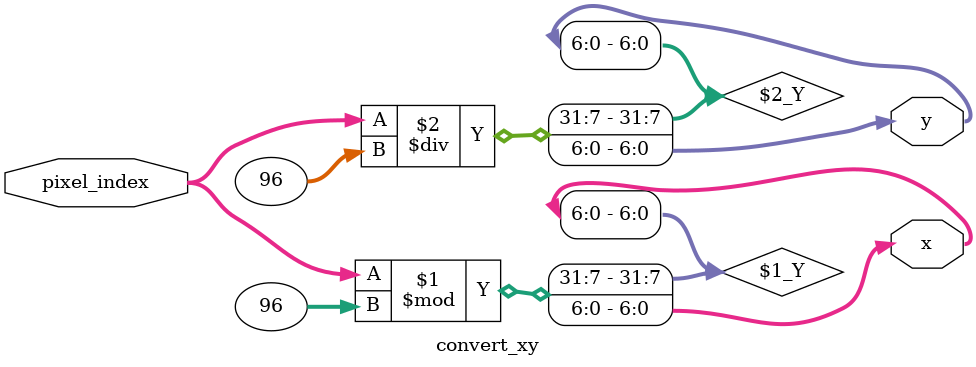
<source format=v>
`timescale 1ns / 1ps


module convert_xy(
    input [12:0] pixel_index,
    output [6:0] x,y
    );
    
    assign x = pixel_index % 96;
    assign y = pixel_index / 96;
endmodule

</source>
